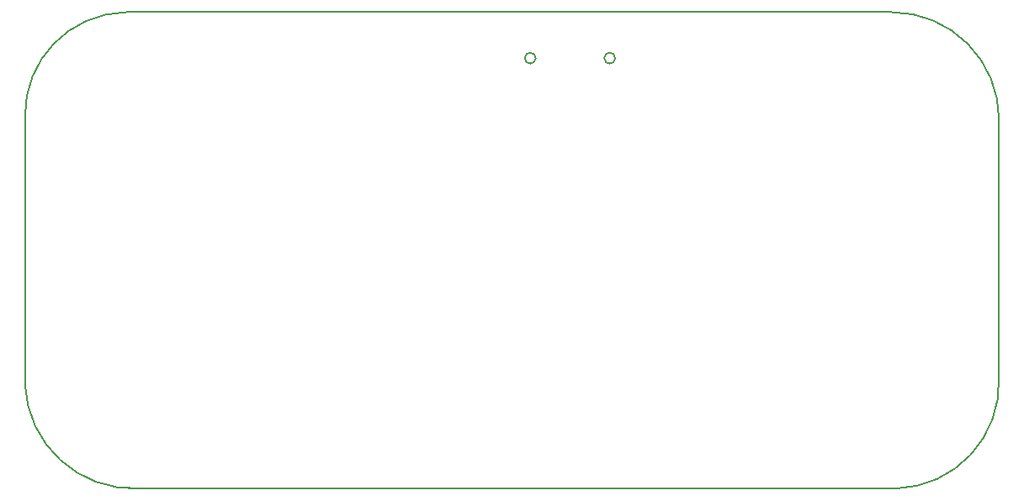
<source format=gko>
G04*
G04 #@! TF.GenerationSoftware,Altium Limited,Altium Designer,21.0.8 (223)*
G04*
G04 Layer_Color=16711935*
%FSLAX25Y25*%
%MOIN*%
G70*
G04*
G04 #@! TF.SameCoordinates,A399C05B-B16C-483E-863C-B068B867FB55*
G04*
G04*
G04 #@! TF.FilePolarity,Positive*
G04*
G01*
G75*
%ADD17C,0.00500*%
%ADD18C,0.00600*%
D17*
X16467Y165312D02*
G03*
X-23647Y123908I645J-40759D01*
G01*
X-23652Y17578D02*
G03*
X21388Y-23542I43080J1960D01*
G01*
X321838Y-23542D02*
G03*
X362138Y19858I-1550J41850D01*
G01*
X362198Y122768D02*
G03*
X319678Y165318I-42535J15D01*
G01*
X16467Y165312D02*
X319678Y165318D01*
X-23652Y17578D02*
Y124553D01*
X17578Y-23542D02*
X321838D01*
X362198Y17248D02*
Y122768D01*
D18*
X178654Y147066D02*
G03*
X178654Y147066I-2165J0D01*
G01*
X210150D02*
G03*
X210150Y147066I-2165J0D01*
G01*
M02*

</source>
